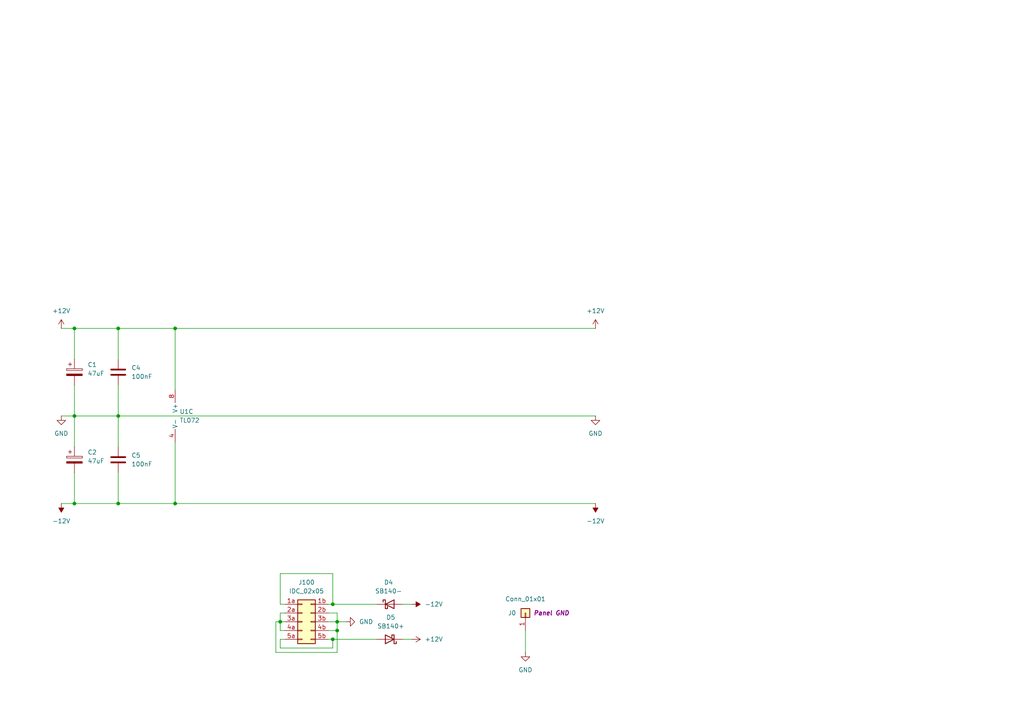
<source format=kicad_sch>
(kicad_sch (version 20231120) (generator "eeschema") (generator_version "8.0")
  (paper "A4")
  (title_block (title "Power Distribution") (company "DMH Instruments") (comment 1 "PCB for 5 cm Kosmo format synthesizer module"))
  (lib_symbols
    (symbol "Amplifier_Operational:TL072" (pin_names (offset 0.127))
      (property "Reference" "U" (at 0 5.08 0))
      (property "Value" "TL072" (at 0 -5.08 0))
      (symbol "TL072_1_1"
        (polyline (pts (xy -5.08 5.08) (xy 5.08 0) (xy -5.08 -5.08) (xy -5.08 5.08)) (stroke (width 0.254)) (fill (type background)))
        (pin output line (at 7.62 0 180) (length 2.54) (name "~") (number "1"))
        (pin input line (at -7.62 -2.54 0) (length 2.54) (name "-") (number "2"))
        (pin input line (at -7.62 2.54 0) (length 2.54) (name "+") (number "3"))
      )
      (symbol "TL072_2_1"
        (polyline (pts (xy -5.08 5.08) (xy 5.08 0) (xy -5.08 -5.08) (xy -5.08 5.08)) (stroke (width 0.254)) (fill (type background)))
        (pin input line (at -7.62 2.54 0) (length 2.54) (name "+") (number "5"))
        (pin input line (at -7.62 -2.54 0) (length 2.54) (name "-") (number "6"))
        (pin output line (at 7.62 0 180) (length 2.54) (name "~") (number "7"))
      )
      (symbol "TL072_3_1"
        (pin power_in line (at -2.54 -7.62 90) (length 3.81) (name "V-") (number "4"))
        (pin power_in line (at -2.54 7.62 270) (length 3.81) (name "V+") (number "8"))
      )
    )
    (symbol "Connector_Generic:Conn_01x01" (pin_names (offset 1.016) hide)
      (property "Reference" "J" (at 0 2.54 0))
      (property "Value" "Conn_01x01" (at 0 -2.54 0))
      (symbol "Conn_01x01_1_1"
        (rectangle (start -1.27 0.127) (end 0 -0.127) (stroke (width 0.1524)))
        (rectangle (start -1.27 1.27) (end 1.27 -1.27) (stroke (width 0.254)) (fill (type background)))
        (pin passive line (at -5.08 0 0) (length 3.81) (name "Pin_1") (number "1"))
      )
    )
    (symbol "Device:C" (pin_numbers hide) (pin_names (offset 0.254))
      (property "Reference" "C" (at 0.635 2.54 0))
      (property "Value" "C" (at 0.635 -2.54 0))
      (symbol "C_0_1"
        (polyline (pts (xy -2.032 -0.762) (xy 2.032 -0.762)) (stroke (width 0.508)))
        (polyline (pts (xy -2.032 0.762) (xy 2.032 0.762)) (stroke (width 0.508)))
      )
      (symbol "C_1_1"
        (pin passive line (at 0 3.81 270) (length 2.794) (name "~") (number "1"))
        (pin passive line (at 0 -3.81 90) (length 2.794) (name "~") (number "2"))
      )
    )
    (symbol "Device:C_Polarized" (pin_numbers hide) (pin_names (offset 0.254))
      (property "Reference" "C" (at 0.635 2.54 0))
      (property "Value" "C_Polarized" (at 0.635 -2.54 0))
      (symbol "C_Polarized_0_1"
        (rectangle (start -2.286 0.508) (end 2.286 1.016))
        (polyline (pts (xy -1.778 2.286) (xy -0.762 2.286)))
        (polyline (pts (xy -1.27 2.794) (xy -1.27 1.778)))
        (rectangle (start 2.286 -0.508) (end -2.286 -1.016) (fill (type outline)))
      )
      (symbol "C_Polarized_1_1"
        (pin passive line (at 0 3.81 270) (length 2.794) (name "~") (number "1"))
        (pin passive line (at 0 -3.81 90) (length 2.794) (name "~") (number "2"))
      )
    )
    (symbol "SynthStuff:Eurorack_Power_Connector_10Pin" (pin_names (offset 1.016) hide)
      (property "Reference" "J" (at 0 -10.922 0))
      (property "Value" "IDC_02x05" (at 0 -8.382 0))
      (symbol "Eurorack_Power_Connector_10Pin_1_1"
        (rectangle (start -2.54 -4.953) (end -1.27 -5.207) (stroke (width 0.1524)))
        (rectangle (start -2.54 -2.413) (end -1.27 -2.667) (stroke (width 0.1524)))
        (rectangle (start -2.54 0.127) (end -1.27 -0.127) (stroke (width 0.1524)))
        (rectangle (start -2.54 2.667) (end -1.27 2.413) (stroke (width 0.1524)))
        (rectangle (start -2.54 5.207) (end -1.27 4.953) (stroke (width 0.1524)))
        (rectangle (start -2.54 6.35) (end 2.54 -6.35) (stroke (width 0.254)) (fill (type background)))
        (rectangle (start 2.54 -4.953) (end 1.27 -5.207) (stroke (width 0.1524)))
        (rectangle (start 2.54 -2.413) (end 1.27 -2.667) (stroke (width 0.1524)))
        (rectangle (start 2.54 0.127) (end 1.27 -0.127) (stroke (width 0.1524)))
        (rectangle (start 2.54 2.667) (end 1.27 2.413) (stroke (width 0.1524)))
        (rectangle (start 2.54 5.207) (end 1.27 4.953) (stroke (width 0.1524)))
        (pin power_out line (at -6.35 5.08 0) (length 3.81) (name "Pin_1a") (number "1a"))
        (pin passive line (at 6.35 5.08 180) (length 3.81) (name "Pin_1b") (number "1b"))
        (pin power_out line (at -6.35 2.54 0) (length 3.81) (name "Pin_2a") (number "2a"))
        (pin passive line (at 6.35 2.54 180) (length 3.81) (name "Pin_2b") (number "2b"))
        (pin passive line (at -6.35 0 0) (length 3.81) (name "Pin_3a") (number "3a"))
        (pin passive line (at 6.35 0 180) (length 3.81) (name "Pin_3b") (number "3b"))
        (pin passive line (at -6.35 -2.54 0) (length 3.81) (name "Pin_4a") (number "4a"))
        (pin passive line (at 6.35 -2.54 180) (length 3.81) (name "Pin_4b") (number "4b"))
        (pin power_out line (at -6.35 -5.08 0) (length 3.81) (name "Pin_5a") (number "5a"))
        (pin passive line (at 6.35 -5.08 180) (length 3.81) (name "Pin_5b") (number "5b"))
      )
    )
    (symbol "SynthStuff:Power_Bus_Schotty_+" (pin_numbers hide) (pin_names (offset 1.016) hide)
      (property "Reference" "D" (at 0 2.54 0))
      (property "Value" "SB140+" (at 0 -2.54 0))
      (symbol "Power_Bus_Schotty_+_0_1"
        (polyline (pts (xy 1.27 0) (xy -1.27 0)))
        (polyline (pts (xy 1.27 1.27) (xy 1.27 -1.27) (xy -1.27 0) (xy 1.27 1.27)) (stroke (width 0.254)))
        (polyline (pts (xy -1.905 0.635) (xy -1.905 1.27) (xy -1.27 1.27) (xy -1.27 -1.27) (xy -0.635 -1.27) (xy -0.635 -0.635)) (stroke (width 0.254)))
      )
      (symbol "Power_Bus_Schotty_+_1_1"
        (pin power_out line (at -3.81 0 0) (length 2.54) (name "K") (number "1"))
        (pin power_in line (at 3.81 0 180) (length 2.54) (name "A") (number "2"))
      )
    )
    (symbol "SynthStuff:Power_Bus_Schotty_-" (pin_numbers hide) (pin_names (offset 1.016) hide)
      (property "Reference" "D" (at 0 2.54 0))
      (property "Value" "SB140-" (at 0 -2.54 0))
      (symbol "Power_Bus_Schotty_-_0_1"
        (polyline (pts (xy 1.27 0) (xy -1.27 0)))
        (polyline (pts (xy 1.27 1.27) (xy 1.27 -1.27) (xy -1.27 0) (xy 1.27 1.27)) (stroke (width 0.254)))
        (polyline (pts (xy -1.905 0.635) (xy -1.905 1.27) (xy -1.27 1.27) (xy -1.27 -1.27) (xy -0.635 -1.27) (xy -0.635 -0.635)) (stroke (width 0.254)))
      )
      (symbol "Power_Bus_Schotty_-_1_1"
        (pin power_in line (at -3.81 0 0) (length 2.54) (name "K") (number "1"))
        (pin power_out line (at 3.81 0 180) (length 2.54) (name "A") (number "2"))
      )
    )
    (symbol "power:+12V" (power) (pin_numbers hide) (pin_names (offset 0) hide)
      (property "Value" "+12V" (at 0 3.556 0))
      (symbol "+12V_0_1"
        (polyline (pts (xy -0.762 1.27) (xy 0 2.54)))
        (polyline (pts (xy 0 0) (xy 0 2.54)))
        (polyline (pts (xy 0 2.54) (xy 0.762 1.27)))
      )
      (symbol "+12V_1_1"
        (pin power_in line (at 0 0 90) (length 0) (name "~") (number "1"))
      )
    )
    (symbol "power:-12V" (power) (pin_numbers hide) (pin_names (offset 0) hide)
      (property "Value" "-12V" (at 0 3.556 0))
      (symbol "-12V_0_0"
        (pin power_in line (at 0 0 90) (length 0) (name "~") (number "1"))
      )
      (symbol "-12V_0_1"
        (polyline (pts (xy 0 0) (xy 0 1.27) (xy 0.762 1.27) (xy 0 2.54) (xy -0.762 1.27) (xy 0 1.27)) (fill (type outline)))
      )
    )
    (symbol "power:GND" (power) (pin_numbers hide) (pin_names (offset 0) hide)
      (property "Value" "GND" (at 0 -3.81 0))
      (symbol "GND_0_1"
        (polyline (pts (xy 0 0) (xy 0 -1.27) (xy 1.27 -1.27) (xy 0 -2.54) (xy -1.27 -1.27) (xy 0 -1.27)))
      )
      (symbol "GND_1_1"
        (pin power_in line (at 0 0 270) (length 0) (name "~") (number "1"))
      )
    )
  )
  (junction (at 50.8 95.25))
  (junction (at 81.28 180.34))
  (junction (at 97.79 180.34))
  (junction (at 34.29 146.05))
  (junction (at 21.59 95.25))
  (junction (at 34.29 95.25))
  (junction (at 96.52 175.26))
  (junction (at 97.79 182.88))
  (junction (at 21.59 146.05))
  (junction (at 96.52 185.42))
  (junction (at 21.59 120.65))
  (junction (at 34.29 120.65))
  (junction (at 50.8 146.05))
  (wire (pts (xy 96.52 175.26) (xy 109.22 175.26)))
  (wire (pts (xy 81.28 166.37) (xy 96.52 166.37)))
  (wire (pts (xy 81.28 180.34) (xy 80.01 180.34)))
  (wire (pts (xy 95.25 185.42) (xy 96.52 185.42)))
  (wire (pts (xy 17.78 120.65) (xy 21.59 120.65)))
  (wire (pts (xy 21.59 120.65) (xy 34.29 120.65)))
  (wire (pts (xy 81.28 177.8) (xy 82.55 177.8)))
  (wire (pts (xy 21.59 146.05) (xy 34.29 146.05)))
  (wire (pts (xy 95.25 180.34) (xy 97.79 180.34)))
  (wire (pts (xy 97.79 189.23) (xy 97.79 182.88)))
  (wire (pts (xy 116.84 185.42) (xy 119.38 185.42)))
  (wire (pts (xy 82.55 182.88) (xy 81.28 182.88)))
  (wire (pts (xy 81.28 175.26) (xy 81.28 166.37)))
  (wire (pts (xy 21.59 95.25) (xy 21.59 104.14)))
  (wire (pts (xy 34.29 95.25) (xy 50.8 95.25)))
  (wire (pts (xy 96.52 166.37) (xy 96.52 175.26)))
  (wire (pts (xy 17.78 95.25) (xy 21.59 95.25)))
  (wire (pts (xy 152.4 182.88) (xy 152.4 189.23)))
  (wire (pts (xy 81.28 182.88) (xy 81.28 180.34)))
  (wire (pts (xy 21.59 95.25) (xy 34.29 95.25)))
  (wire (pts (xy 50.8 95.25) (xy 50.8 113.03)))
  (wire (pts (xy 50.8 128.27) (xy 50.8 146.05)))
  (wire (pts (xy 34.29 95.25) (xy 34.29 104.14)))
  (wire (pts (xy 82.55 175.26) (xy 81.28 175.26)))
  (wire (pts (xy 97.79 177.8) (xy 97.79 180.34)))
  (wire (pts (xy 21.59 111.76) (xy 21.59 120.65)))
  (wire (pts (xy 82.55 185.42) (xy 81.28 185.42)))
  (wire (pts (xy 116.84 175.26) (xy 119.38 175.26)))
  (wire (pts (xy 21.59 120.65) (xy 21.59 129.54)))
  (wire (pts (xy 81.28 185.42) (xy 81.28 187.96)))
  (wire (pts (xy 95.25 182.88) (xy 97.79 182.88)))
  (wire (pts (xy 95.25 177.8) (xy 97.79 177.8)))
  (wire (pts (xy 34.29 120.65) (xy 172.72 120.65)))
  (wire (pts (xy 81.28 180.34) (xy 82.55 180.34)))
  (wire (pts (xy 34.29 137.16) (xy 34.29 146.05)))
  (wire (pts (xy 81.28 187.96) (xy 96.52 187.96)))
  (wire (pts (xy 97.79 180.34) (xy 100.33 180.34)))
  (wire (pts (xy 34.29 111.76) (xy 34.29 120.65)))
  (wire (pts (xy 80.01 189.23) (xy 97.79 189.23)))
  (wire (pts (xy 80.01 180.34) (xy 80.01 189.23)))
  (wire (pts (xy 21.59 137.16) (xy 21.59 146.05)))
  (wire (pts (xy 96.52 187.96) (xy 96.52 185.42)))
  (wire (pts (xy 97.79 182.88) (xy 97.79 180.34)))
  (wire (pts (xy 17.78 146.05) (xy 21.59 146.05)))
  (wire (pts (xy 81.28 180.34) (xy 81.28 177.8)))
  (wire (pts (xy 95.25 175.26) (xy 96.52 175.26)))
  (wire (pts (xy 50.8 146.05) (xy 172.72 146.05)))
  (wire (pts (xy 50.8 95.25) (xy 172.72 95.25)))
  (wire (pts (xy 96.52 185.42) (xy 109.22 185.42)))
  (wire (pts (xy 34.29 120.65) (xy 34.29 129.54)))
  (wire (pts (xy 34.29 146.05) (xy 50.8 146.05)))
  (symbol (lib_id "Device:C") (at 34.29 107.95 0) (unit 1)
    (property "Reference" "C4" (at 38.1 106.6799 0) (effects (justify left)))
    (property "Value" "100nF" (at 38.1 109.2199 0) (effects (justify left)))
    (property "Footprint" "Capacitor_THT:C_Disc_D4.3mm_W1.9mm_P5.00mm" (effects (hide yes)))
    (property "Description" "Unpolarized capacitor" (effects (hide yes)))
  )
  (symbol (lib_id "Device:C_Polarized") (at 21.59 133.35 0) (unit 1)
    (property "Reference" "C2" (at 25.4 131.1909 0) (effects (justify left)))
    (property "Value" "47uF" (at 25.4 133.7309 0) (effects (justify left)))
    (property "Footprint" "Capacitor_THT:CP_Radial_D5.0mm_P2.00mm" (effects (hide yes)))
    (property "Description" "Polarized capacitor" (effects (hide yes)))
  )
  (symbol (lib_id "Connector_Generic:Conn_01x01") (at 152.4 177.8 90) (unit 1)
    (property "Reference" "J0" (at 147.32 177.8 90) (effects (justify right)))
    (property "Value" "Conn_01x01" (at 152.4 173.736 90))
    (property "Footprint" "Connector_PinHeader_2.54mm:PinHeader_1x01_P2.54mm_Vertical" (effects (hide yes)))
    (property "Description" "Generic connector, single row, 01x01, script generated (kicad-library-utils/schlib/autogen/connector/)" (effects (hide yes)))
    (property "Function" "Panel GND" (at 160.02 177.8 90) (effects (font (thickness 0.254) (bold yes) (italic yes))))
  )
  (symbol (lib_id "power:+12V") (at 17.78 95.25 0) (unit 1)
    (property "Reference" "#PWR013" (effects (hide yes)))
    (property "Value" "+12V" (at 17.78 90.17 0))
    (property "Description" "Power symbol creates a global label with name \"+12V\"" (effects (hide yes)))
  )
  (symbol (lib_id "power:-12V") (at 119.38 175.26 270) (unit 1)
    (property "Reference" "#PWR05" (effects (hide yes)))
    (property "Value" "-12V" (at 123.19 175.2599 90) (effects (justify left)))
    (property "Description" "Power symbol creates a global label with name \"-12V\"" (effects (hide yes)))
  )
  (symbol (lib_id "power:-12V") (at 17.78 146.05 180) (unit 1)
    (property "Reference" "#PWR017" (effects (hide yes)))
    (property "Value" "-12V" (at 17.78 151.13 0))
    (property "Description" "Power symbol creates a global label with name \"-12V\"" (effects (hide yes)))
  )
  (symbol (lib_id "SynthStuff:Eurorack_Power_Connector_10Pin") (at 88.9 180.34 0) (unit 1)
    (property "Reference" "J100" (at 88.9 168.91 0))
    (property "Value" "IDC_02x05" (at 88.9 171.45 0))
    (property "Footprint" "SynthStuff:IDC-Header_2x05_P2.54mm_Vertical_Eurorack" (effects (hide yes)))
    (property "Description" "IDC jack, 2x5 pins, row a carries same signals as row b." (effects (hide yes)))
  )
  (symbol (lib_id "power:GND") (at 152.4 189.23 0) (unit 1)
    (property "Reference" "#PWR08" (effects (hide yes)))
    (property "Value" "GND" (at 152.4 194.31 0))
    (property "Description" "Power symbol creates a global label with name \"GND\" , ground" (effects (hide yes)))
  )
  (symbol (lib_id "Device:C") (at 34.29 133.35 0) (unit 1)
    (property "Reference" "C5" (at 38.1 132.0799 0) (effects (justify left)))
    (property "Value" "100nF" (at 38.1 134.6199 0) (effects (justify left)))
    (property "Footprint" "Capacitor_THT:C_Disc_D4.3mm_W1.9mm_P5.00mm" (effects (hide yes)))
    (property "Description" "Unpolarized capacitor" (effects (hide yes)))
  )
  (symbol (lib_id "power:GND") (at 17.78 120.65 0) (unit 1)
    (property "Reference" "#PWR015" (effects (hide yes)))
    (property "Value" "GND" (at 17.78 125.73 0))
    (property "Description" "Power symbol creates a global label with name \"GND\" , ground" (effects (hide yes)))
  )
  (symbol (lib_id "power:+12V") (at 172.72 95.25 0) (unit 1)
    (property "Reference" "#PWR014" (effects (hide yes)))
    (property "Value" "+12V" (at 172.72 90.17 0))
    (property "Description" "Power symbol creates a global label with name \"+12V\"" (effects (hide yes)))
  )
  (symbol (lib_id "power:GND") (at 172.72 120.65 0) (unit 1)
    (property "Reference" "#PWR016" (effects (hide yes)))
    (property "Value" "GND" (at 172.72 125.73 0))
    (property "Description" "Power symbol creates a global label with name \"GND\" , ground" (effects (hide yes)))
  )
  (symbol (lib_id "SynthStuff:Power_Bus_Schotty_+") (at 113.03 185.42 180) (unit 1)
    (property "Reference" "D5" (at 113.3475 179.07 0))
    (property "Value" "SB140+" (at 113.3475 181.61 0))
    (property "Footprint" "Diode_THT:D_DO-41_SOD81_P10.16mm_Horizontal" (effects (hide yes)))
    (property "Datasheet" "http://www.diodes.com/_files/datasheets/ds23022.pdf" (effects (hide yes)))
    (property "Description" "40V 1A Schottky Barrier Rectifier Diode, DO-41" (effects (hide yes)))
  )
  (symbol (lib_id "Amplifier_Operational:TL072") (at 53.34 120.65 0) (unit 3)
    (property "Reference" "U1" (at 52.07 119.3799 0) (effects (justify left)))
    (property "Value" "TL072" (at 52.07 121.9199 0) (effects (justify left)))
    (property "Datasheet" "http://www.ti.com/lit/ds/symlink/tl071.pdf" (effects (hide yes)))
    (property "Description" "Dual Low-Noise JFET-Input Operational Amplifiers, DIP-8/SOIC-8" (effects (hide yes)))
  )
  (symbol (lib_id "power:+12V") (at 119.38 185.42 270) (unit 1)
    (property "Reference" "#PWR06" (effects (hide yes)))
    (property "Value" "+12V" (at 123.19 185.4199 90) (effects (justify left)))
    (property "Description" "Power symbol creates a global label with name \"+12V\"" (effects (hide yes)))
  )
  (symbol (lib_id "Device:C_Polarized") (at 21.59 107.95 0) (unit 1)
    (property "Reference" "C1" (at 25.4 105.7909 0) (effects (justify left)))
    (property "Value" "47uF" (at 25.4 108.3309 0) (effects (justify left)))
    (property "Footprint" "Capacitor_THT:CP_Radial_D5.0mm_P2.00mm" (effects (hide yes)))
    (property "Description" "Polarized capacitor" (effects (hide yes)))
  )
  (symbol (lib_id "power:-12V") (at 172.72 146.05 180) (unit 1)
    (property "Reference" "#PWR018" (effects (hide yes)))
    (property "Value" "-12V" (at 172.72 151.13 0))
    (property "Description" "Power symbol creates a global label with name \"-12V\"" (effects (hide yes)))
  )
  (symbol (lib_id "SynthStuff:Power_Bus_Schotty_-") (at 113.03 175.26 0) (unit 1)
    (property "Reference" "D4" (at 112.7125 168.91 0))
    (property "Value" "SB140-" (at 112.7125 171.45 0))
    (property "Footprint" "Diode_THT:D_DO-41_SOD81_P10.16mm_Horizontal" (effects (hide yes)))
    (property "Datasheet" "http://www.diodes.com/_files/datasheets/ds23022.pdf" (effects (hide yes)))
    (property "Description" "40V 1A Schottky Barrier Rectifier Diode, DO-41" (effects (hide yes)))
  )
  (symbol (lib_id "power:GND") (at 100.33 180.34 90) (unit 1)
    (property "Reference" "#PWR07" (effects (hide yes)))
    (property "Value" "GND" (at 104.14 180.3399 90) (effects (justify right)))
    (property "Description" "Power symbol creates a global label with name \"GND\" , ground" (effects (hide yes)))
  )
)
</source>
